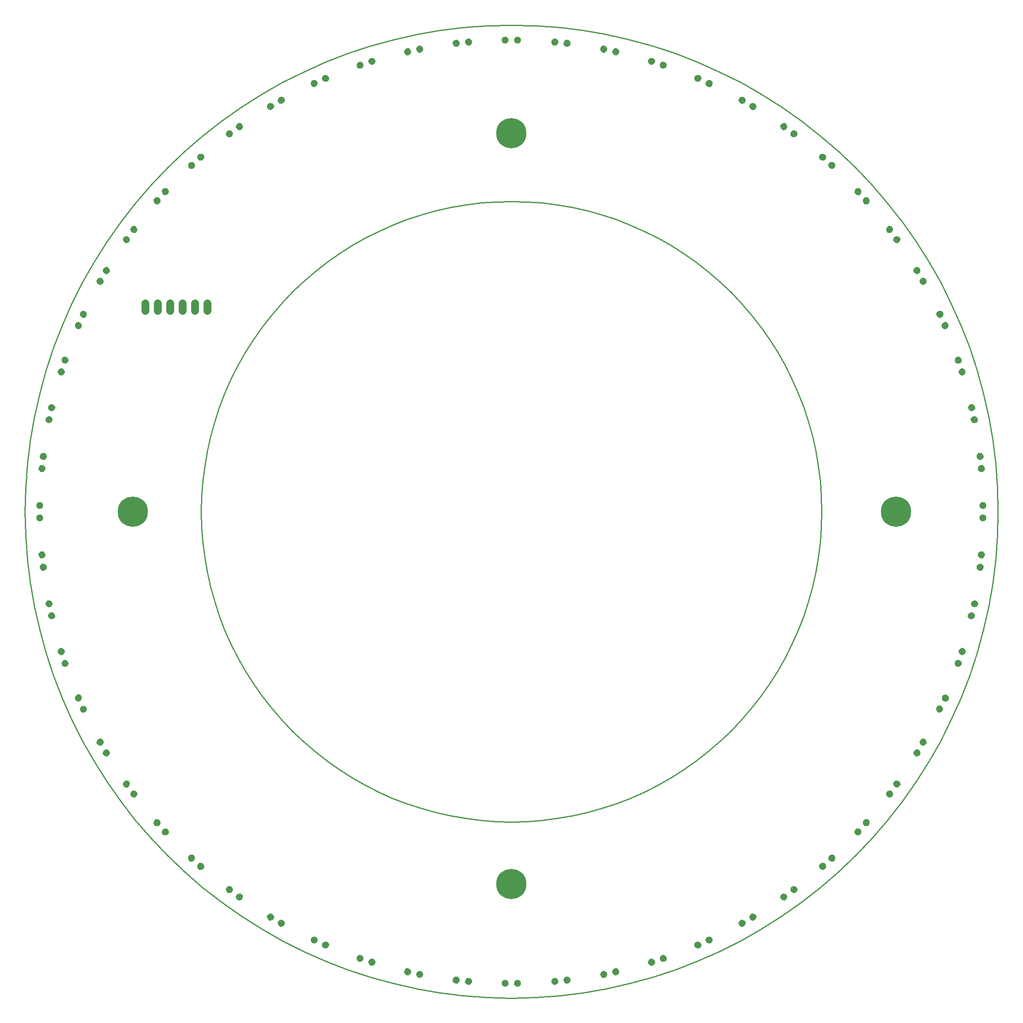
<source format=gbs>
G75*
G70*
%OFA0B0*%
%FSLAX24Y24*%
%IPPOS*%
%LPD*%
%AMOC8*
5,1,8,0,0,1.08239X$1,22.5*
%
%ADD10C,0.0100*%
%ADD11C,0.0640*%
%ADD12OC8,0.0560*%
%ADD13C,0.0112*%
%ADD14C,0.2440*%
D10*
X015658Y040658D02*
X015688Y041885D01*
X015778Y043108D01*
X015929Y044326D01*
X016138Y045535D01*
X016407Y046733D01*
X016734Y047915D01*
X017119Y049080D01*
X017561Y050225D01*
X018058Y051347D01*
X018610Y052443D01*
X019215Y053511D01*
X019871Y054547D01*
X020578Y055550D01*
X021333Y056518D01*
X022134Y057447D01*
X022980Y058336D01*
X023869Y059182D01*
X024798Y059983D01*
X025766Y060738D01*
X026769Y061445D01*
X027805Y062101D01*
X028873Y062706D01*
X029969Y063258D01*
X031091Y063755D01*
X032236Y064197D01*
X033401Y064582D01*
X034583Y064909D01*
X035781Y065178D01*
X036990Y065387D01*
X038208Y065538D01*
X039431Y065628D01*
X040658Y065658D01*
X041885Y065628D01*
X043108Y065538D01*
X044326Y065387D01*
X045535Y065178D01*
X046733Y064909D01*
X047915Y064582D01*
X049080Y064197D01*
X050225Y063755D01*
X051347Y063258D01*
X052443Y062706D01*
X053511Y062101D01*
X054547Y061445D01*
X055550Y060738D01*
X056518Y059983D01*
X057447Y059182D01*
X058336Y058336D01*
X059182Y057447D01*
X059983Y056518D01*
X060738Y055550D01*
X061445Y054547D01*
X062101Y053511D01*
X062706Y052443D01*
X063258Y051347D01*
X063755Y050225D01*
X064197Y049080D01*
X064582Y047915D01*
X064909Y046733D01*
X065178Y045535D01*
X065387Y044326D01*
X065538Y043108D01*
X065628Y041885D01*
X065658Y040658D01*
X065628Y039431D01*
X065538Y038208D01*
X065387Y036990D01*
X065178Y035781D01*
X064909Y034583D01*
X064582Y033401D01*
X064197Y032236D01*
X063755Y031091D01*
X063258Y029969D01*
X062706Y028873D01*
X062101Y027805D01*
X061445Y026769D01*
X060738Y025766D01*
X059983Y024798D01*
X059182Y023869D01*
X058336Y022980D01*
X057447Y022134D01*
X056518Y021333D01*
X055550Y020578D01*
X054547Y019871D01*
X053511Y019215D01*
X052443Y018610D01*
X051347Y018058D01*
X050225Y017561D01*
X049080Y017119D01*
X047915Y016734D01*
X046733Y016407D01*
X045535Y016138D01*
X044326Y015929D01*
X043108Y015778D01*
X041885Y015688D01*
X040658Y015658D01*
X039431Y015688D01*
X038208Y015778D01*
X036990Y015929D01*
X035781Y016138D01*
X034583Y016407D01*
X033401Y016734D01*
X032236Y017119D01*
X031091Y017561D01*
X029969Y018058D01*
X028873Y018610D01*
X027805Y019215D01*
X026769Y019871D01*
X025766Y020578D01*
X024798Y021333D01*
X023869Y022134D01*
X022980Y022980D01*
X022134Y023869D01*
X021333Y024798D01*
X020578Y025766D01*
X019871Y026769D01*
X019215Y027805D01*
X018610Y028873D01*
X018058Y029969D01*
X017561Y031091D01*
X017119Y032236D01*
X016734Y033401D01*
X016407Y034583D01*
X016138Y035781D01*
X015929Y036990D01*
X015778Y038208D01*
X015688Y039431D01*
X015658Y040658D01*
X001458Y040658D02*
X001505Y042581D01*
X001647Y044500D01*
X001882Y046410D01*
X002211Y048306D01*
X002633Y050183D01*
X003146Y052037D01*
X003749Y053864D01*
X004442Y055659D01*
X005222Y057418D01*
X006087Y059137D01*
X007035Y060811D01*
X008064Y062436D01*
X009172Y064009D01*
X010356Y065526D01*
X011613Y066983D01*
X012939Y068377D01*
X014333Y069703D01*
X015790Y070960D01*
X017307Y072144D01*
X018880Y073252D01*
X020505Y074281D01*
X022179Y075229D01*
X023898Y076094D01*
X025657Y076874D01*
X027452Y077567D01*
X029279Y078170D01*
X031133Y078683D01*
X033010Y079105D01*
X034906Y079434D01*
X036816Y079669D01*
X038735Y079811D01*
X040658Y079858D01*
X042581Y079811D01*
X044500Y079669D01*
X046410Y079434D01*
X048306Y079105D01*
X050183Y078683D01*
X052037Y078170D01*
X053864Y077567D01*
X055659Y076874D01*
X057418Y076094D01*
X059137Y075229D01*
X060811Y074281D01*
X062436Y073252D01*
X064009Y072144D01*
X065526Y070960D01*
X066983Y069703D01*
X068377Y068377D01*
X069703Y066983D01*
X070960Y065526D01*
X072144Y064009D01*
X073252Y062436D01*
X074281Y060811D01*
X075229Y059137D01*
X076094Y057418D01*
X076874Y055659D01*
X077567Y053864D01*
X078170Y052037D01*
X078683Y050183D01*
X079105Y048306D01*
X079434Y046410D01*
X079669Y044500D01*
X079811Y042581D01*
X079858Y040658D01*
X079811Y038735D01*
X079669Y036816D01*
X079434Y034906D01*
X079105Y033010D01*
X078683Y031133D01*
X078170Y029279D01*
X077567Y027452D01*
X076874Y025657D01*
X076094Y023898D01*
X075229Y022179D01*
X074281Y020505D01*
X073252Y018880D01*
X072144Y017307D01*
X070960Y015790D01*
X069703Y014333D01*
X068377Y012939D01*
X066983Y011613D01*
X065526Y010356D01*
X064009Y009172D01*
X062436Y008064D01*
X060811Y007035D01*
X059137Y006087D01*
X057418Y005222D01*
X055659Y004442D01*
X053864Y003749D01*
X052037Y003146D01*
X050183Y002633D01*
X048306Y002211D01*
X046410Y001882D01*
X044500Y001647D01*
X042581Y001505D01*
X040658Y001458D01*
X038735Y001505D01*
X036816Y001647D01*
X034906Y001882D01*
X033010Y002211D01*
X031133Y002633D01*
X029279Y003146D01*
X027452Y003749D01*
X025657Y004442D01*
X023898Y005222D01*
X022179Y006087D01*
X020505Y007035D01*
X018880Y008064D01*
X017307Y009172D01*
X015790Y010356D01*
X014333Y011613D01*
X012939Y012939D01*
X011613Y014333D01*
X010356Y015790D01*
X009172Y017307D01*
X008064Y018880D01*
X007035Y020505D01*
X006087Y022179D01*
X005222Y023898D01*
X004442Y025657D01*
X003749Y027452D01*
X003146Y029279D01*
X002633Y031133D01*
X002211Y033010D01*
X001882Y034906D01*
X001647Y036816D01*
X001505Y038735D01*
X001458Y040658D01*
D11*
X011158Y056858D02*
X011158Y057458D01*
X012158Y057458D02*
X012158Y056858D01*
X013158Y056858D02*
X013158Y057458D01*
X014158Y057458D02*
X014158Y056858D01*
X015158Y056858D02*
X015158Y057458D01*
X016158Y057458D02*
X016158Y056858D01*
D12*
X002658Y041158D03*
X002658Y040158D03*
X040158Y002658D03*
X041158Y002658D03*
X078658Y040158D03*
X078658Y041158D03*
X041158Y078658D03*
X040158Y078658D03*
D13*
X012727Y015031D02*
X012671Y015087D01*
X012856Y015077D01*
X012980Y014940D01*
X012970Y014755D01*
X012833Y014631D01*
X012648Y014641D01*
X012524Y014778D01*
X012534Y014963D01*
X012671Y015087D01*
X012701Y015001D01*
X012817Y014995D01*
X012894Y014910D01*
X012888Y014794D01*
X012803Y014717D01*
X012687Y014723D01*
X012610Y014808D01*
X012616Y014924D01*
X012701Y015001D01*
X012732Y014916D01*
X012778Y014913D01*
X012809Y014879D01*
X012806Y014833D01*
X012772Y014802D01*
X012726Y014805D01*
X012695Y014839D01*
X012698Y014885D01*
X012732Y014916D01*
X012058Y015774D02*
X012002Y015830D01*
X012187Y015820D01*
X012311Y015683D01*
X012301Y015498D01*
X012164Y015374D01*
X011979Y015384D01*
X011855Y015521D01*
X011865Y015706D01*
X012002Y015830D01*
X012032Y015744D01*
X012148Y015738D01*
X012225Y015653D01*
X012219Y015537D01*
X012134Y015460D01*
X012018Y015466D01*
X011941Y015551D01*
X011947Y015667D01*
X012032Y015744D01*
X012063Y015659D01*
X012109Y015656D01*
X012140Y015622D01*
X012137Y015576D01*
X012103Y015545D01*
X012057Y015548D01*
X012026Y015582D01*
X012029Y015628D01*
X012063Y015659D01*
X010208Y018096D02*
X010152Y018152D01*
X010336Y018123D01*
X010444Y017974D01*
X010415Y017790D01*
X010266Y017682D01*
X010082Y017711D01*
X009974Y017860D01*
X010003Y018044D01*
X010152Y018152D01*
X010173Y018063D01*
X010288Y018045D01*
X010355Y017953D01*
X010337Y017838D01*
X010245Y017771D01*
X010130Y017789D01*
X010063Y017881D01*
X010081Y017996D01*
X010173Y018063D01*
X010195Y017975D01*
X010240Y017968D01*
X010267Y017931D01*
X010260Y017886D01*
X010223Y017859D01*
X010178Y017866D01*
X010151Y017903D01*
X010158Y017948D01*
X010195Y017975D01*
X009620Y018905D02*
X009564Y018961D01*
X009748Y018932D01*
X009856Y018783D01*
X009827Y018599D01*
X009678Y018491D01*
X009494Y018520D01*
X009386Y018669D01*
X009415Y018853D01*
X009564Y018961D01*
X009585Y018872D01*
X009700Y018854D01*
X009767Y018762D01*
X009749Y018647D01*
X009657Y018580D01*
X009542Y018598D01*
X009475Y018690D01*
X009493Y018805D01*
X009585Y018872D01*
X009607Y018784D01*
X009652Y018777D01*
X009679Y018740D01*
X009672Y018695D01*
X009635Y018668D01*
X009590Y018675D01*
X009563Y018712D01*
X009570Y018757D01*
X009607Y018784D01*
X008023Y021408D02*
X007967Y021464D01*
X008146Y021416D01*
X008238Y021257D01*
X008190Y021078D01*
X008031Y020986D01*
X007852Y021034D01*
X007760Y021193D01*
X007808Y021372D01*
X007967Y021464D01*
X007979Y021374D01*
X008091Y021344D01*
X008148Y021245D01*
X008118Y021133D01*
X008019Y021076D01*
X007907Y021106D01*
X007850Y021205D01*
X007880Y021317D01*
X007979Y021374D01*
X007991Y021284D01*
X008035Y021272D01*
X008058Y021233D01*
X008046Y021189D01*
X008007Y021166D01*
X007963Y021178D01*
X007940Y021217D01*
X007952Y021261D01*
X007991Y021284D01*
X007523Y022274D02*
X007467Y022330D01*
X007646Y022282D01*
X007738Y022123D01*
X007690Y021944D01*
X007531Y021852D01*
X007352Y021900D01*
X007260Y022059D01*
X007308Y022238D01*
X007467Y022330D01*
X007479Y022240D01*
X007591Y022210D01*
X007648Y022111D01*
X007618Y021999D01*
X007519Y021942D01*
X007407Y021972D01*
X007350Y022071D01*
X007380Y022183D01*
X007479Y022240D01*
X007491Y022150D01*
X007535Y022138D01*
X007558Y022099D01*
X007546Y022055D01*
X007507Y022032D01*
X007463Y022044D01*
X007440Y022083D01*
X007452Y022127D01*
X007491Y022150D01*
X006195Y024931D02*
X006139Y024987D01*
X006313Y024920D01*
X006388Y024752D01*
X006321Y024578D01*
X006153Y024503D01*
X005979Y024570D01*
X005904Y024738D01*
X005971Y024912D01*
X006139Y024987D01*
X006142Y024896D01*
X006250Y024854D01*
X006297Y024749D01*
X006255Y024641D01*
X006150Y024594D01*
X006042Y024636D01*
X005995Y024741D01*
X006037Y024849D01*
X006142Y024896D01*
X006145Y024805D01*
X006187Y024788D01*
X006206Y024746D01*
X006189Y024704D01*
X006147Y024685D01*
X006105Y024702D01*
X006086Y024744D01*
X006103Y024786D01*
X006145Y024805D01*
X005788Y025844D02*
X005732Y025900D01*
X005906Y025833D01*
X005981Y025665D01*
X005914Y025491D01*
X005746Y025416D01*
X005572Y025483D01*
X005497Y025651D01*
X005564Y025825D01*
X005732Y025900D01*
X005735Y025809D01*
X005843Y025767D01*
X005890Y025662D01*
X005848Y025554D01*
X005743Y025507D01*
X005635Y025549D01*
X005588Y025654D01*
X005630Y025762D01*
X005735Y025809D01*
X005738Y025718D01*
X005780Y025701D01*
X005799Y025659D01*
X005782Y025617D01*
X005740Y025598D01*
X005698Y025615D01*
X005679Y025657D01*
X005696Y025699D01*
X005738Y025718D01*
X004634Y028624D02*
X004690Y028680D01*
X004856Y028595D01*
X004913Y028421D01*
X004828Y028255D01*
X004654Y028198D01*
X004488Y028283D01*
X004431Y028457D01*
X004516Y028623D01*
X004690Y028680D01*
X004682Y028589D01*
X004787Y028536D01*
X004822Y028429D01*
X004769Y028324D01*
X004662Y028289D01*
X004557Y028342D01*
X004522Y028449D01*
X004575Y028554D01*
X004682Y028589D01*
X004676Y028499D01*
X004718Y028478D01*
X004732Y028435D01*
X004711Y028393D01*
X004668Y028379D01*
X004626Y028400D01*
X004612Y028443D01*
X004633Y028485D01*
X004676Y028499D01*
X004325Y029575D02*
X004381Y029631D01*
X004547Y029546D01*
X004604Y029372D01*
X004519Y029206D01*
X004345Y029149D01*
X004179Y029234D01*
X004122Y029408D01*
X004207Y029574D01*
X004381Y029631D01*
X004373Y029540D01*
X004478Y029487D01*
X004513Y029380D01*
X004460Y029275D01*
X004353Y029240D01*
X004248Y029293D01*
X004213Y029400D01*
X004266Y029505D01*
X004373Y029540D01*
X004367Y029450D01*
X004409Y029429D01*
X004423Y029386D01*
X004402Y029344D01*
X004359Y029330D01*
X004317Y029351D01*
X004303Y029394D01*
X004324Y029436D01*
X004367Y029450D01*
X003579Y032450D02*
X003635Y032506D01*
X003791Y032404D01*
X003830Y032225D01*
X003728Y032069D01*
X003549Y032030D01*
X003393Y032132D01*
X003354Y032311D01*
X003456Y032467D01*
X003635Y032506D01*
X003618Y032416D01*
X003717Y032352D01*
X003740Y032242D01*
X003676Y032143D01*
X003566Y032120D01*
X003467Y032184D01*
X003444Y032294D01*
X003508Y032393D01*
X003618Y032416D01*
X003602Y032327D01*
X003641Y032302D01*
X003651Y032258D01*
X003626Y032219D01*
X003582Y032209D01*
X003543Y032234D01*
X003533Y032278D01*
X003558Y032317D01*
X003602Y032327D01*
X003371Y033428D02*
X003427Y033484D01*
X003583Y033382D01*
X003622Y033203D01*
X003520Y033047D01*
X003341Y033008D01*
X003185Y033110D01*
X003146Y033289D01*
X003248Y033445D01*
X003427Y033484D01*
X003410Y033394D01*
X003509Y033330D01*
X003532Y033220D01*
X003468Y033121D01*
X003358Y033098D01*
X003259Y033162D01*
X003236Y033272D01*
X003300Y033371D01*
X003410Y033394D01*
X003394Y033305D01*
X003433Y033280D01*
X003443Y033236D01*
X003418Y033197D01*
X003374Y033187D01*
X003335Y033212D01*
X003325Y033256D01*
X003350Y033295D01*
X003394Y033305D01*
X002930Y036364D02*
X002986Y036420D01*
X003131Y036302D01*
X003150Y036120D01*
X003032Y035975D01*
X002850Y035956D01*
X002705Y036074D01*
X002686Y036256D01*
X002804Y036401D01*
X002986Y036420D01*
X002960Y036333D01*
X003051Y036259D01*
X003063Y036146D01*
X002989Y036055D01*
X002876Y036043D01*
X002785Y036117D01*
X002773Y036230D01*
X002847Y036321D01*
X002960Y036333D01*
X002935Y036246D01*
X002971Y036216D01*
X002976Y036171D01*
X002946Y036135D01*
X002901Y036130D01*
X002865Y036160D01*
X002860Y036205D01*
X002890Y036241D01*
X002935Y036246D01*
X002825Y037359D02*
X002881Y037415D01*
X003026Y037297D01*
X003045Y037115D01*
X002927Y036970D01*
X002745Y036951D01*
X002600Y037069D01*
X002581Y037251D01*
X002699Y037396D01*
X002881Y037415D01*
X002855Y037328D01*
X002946Y037254D01*
X002958Y037141D01*
X002884Y037050D01*
X002771Y037038D01*
X002680Y037112D01*
X002668Y037225D01*
X002742Y037316D01*
X002855Y037328D01*
X002830Y037241D01*
X002866Y037211D01*
X002871Y037166D01*
X002841Y037130D01*
X002796Y037125D01*
X002760Y037155D01*
X002755Y037200D01*
X002785Y037236D01*
X002830Y037241D01*
X002871Y044289D02*
X002927Y044345D01*
X003045Y044200D01*
X003026Y044018D01*
X002881Y043900D01*
X002699Y043919D01*
X002581Y044064D01*
X002600Y044246D01*
X002745Y044364D01*
X002927Y044345D01*
X002884Y044265D01*
X002958Y044174D01*
X002946Y044061D01*
X002855Y043987D01*
X002742Y043999D01*
X002668Y044090D01*
X002680Y044203D01*
X002771Y044277D01*
X002884Y044265D01*
X002841Y044185D01*
X002871Y044149D01*
X002866Y044104D01*
X002830Y044074D01*
X002785Y044079D01*
X002755Y044115D01*
X002760Y044160D01*
X002796Y044190D01*
X002841Y044185D01*
X002976Y045284D02*
X003032Y045340D01*
X003150Y045195D01*
X003131Y045013D01*
X002986Y044895D01*
X002804Y044914D01*
X002686Y045059D01*
X002705Y045241D01*
X002850Y045359D01*
X003032Y045340D01*
X002989Y045260D01*
X003063Y045169D01*
X003051Y045056D01*
X002960Y044982D01*
X002847Y044994D01*
X002773Y045085D01*
X002785Y045198D01*
X002876Y045272D01*
X002989Y045260D01*
X002946Y045180D01*
X002976Y045144D01*
X002971Y045099D01*
X002935Y045069D01*
X002890Y045074D01*
X002860Y045110D01*
X002865Y045155D01*
X002901Y045185D01*
X002946Y045180D01*
X003464Y048213D02*
X003520Y048269D01*
X003622Y048113D01*
X003583Y047934D01*
X003427Y047832D01*
X003248Y047871D01*
X003146Y048027D01*
X003185Y048206D01*
X003341Y048308D01*
X003520Y048269D01*
X003468Y048195D01*
X003532Y048096D01*
X003509Y047986D01*
X003410Y047922D01*
X003300Y047945D01*
X003236Y048044D01*
X003259Y048154D01*
X003358Y048218D01*
X003468Y048195D01*
X003418Y048119D01*
X003443Y048080D01*
X003433Y048036D01*
X003394Y048011D01*
X003350Y048021D01*
X003325Y048060D01*
X003335Y048104D01*
X003374Y048129D01*
X003418Y048119D01*
X003672Y049191D02*
X003728Y049247D01*
X003830Y049091D01*
X003791Y048912D01*
X003635Y048810D01*
X003456Y048849D01*
X003354Y049005D01*
X003393Y049184D01*
X003549Y049286D01*
X003728Y049247D01*
X003676Y049173D01*
X003740Y049074D01*
X003717Y048964D01*
X003618Y048900D01*
X003508Y048923D01*
X003444Y049022D01*
X003467Y049132D01*
X003566Y049196D01*
X003676Y049173D01*
X003626Y049097D01*
X003651Y049058D01*
X003641Y049014D01*
X003602Y048989D01*
X003558Y048999D01*
X003533Y049038D01*
X003543Y049082D01*
X003582Y049107D01*
X003626Y049097D01*
X004463Y052053D02*
X004519Y052109D01*
X004604Y051943D01*
X004547Y051769D01*
X004381Y051684D01*
X004207Y051741D01*
X004122Y051907D01*
X004179Y052081D01*
X004345Y052166D01*
X004519Y052109D01*
X004460Y052040D01*
X004513Y051935D01*
X004478Y051828D01*
X004373Y051775D01*
X004266Y051810D01*
X004213Y051915D01*
X004248Y052022D01*
X004353Y052075D01*
X004460Y052040D01*
X004402Y051971D01*
X004423Y051929D01*
X004409Y051886D01*
X004367Y051865D01*
X004324Y051879D01*
X004303Y051921D01*
X004317Y051964D01*
X004359Y051985D01*
X004402Y051971D01*
X004772Y053004D02*
X004828Y053060D01*
X004913Y052894D01*
X004856Y052720D01*
X004690Y052635D01*
X004516Y052692D01*
X004431Y052858D01*
X004488Y053032D01*
X004654Y053117D01*
X004828Y053060D01*
X004769Y052991D01*
X004822Y052886D01*
X004787Y052779D01*
X004682Y052726D01*
X004575Y052761D01*
X004522Y052866D01*
X004557Y052973D01*
X004662Y053026D01*
X004769Y052991D01*
X004711Y052922D01*
X004732Y052880D01*
X004718Y052837D01*
X004676Y052816D01*
X004633Y052830D01*
X004612Y052872D01*
X004626Y052915D01*
X004668Y052936D01*
X004711Y052922D01*
X005858Y055768D02*
X005914Y055824D01*
X005981Y055650D01*
X005906Y055482D01*
X005732Y055415D01*
X005564Y055490D01*
X005497Y055664D01*
X005572Y055832D01*
X005746Y055899D01*
X005914Y055824D01*
X005848Y055761D01*
X005890Y055653D01*
X005843Y055548D01*
X005735Y055506D01*
X005630Y055553D01*
X005588Y055661D01*
X005635Y055766D01*
X005743Y055808D01*
X005848Y055761D01*
X005782Y055698D01*
X005799Y055656D01*
X005780Y055614D01*
X005738Y055597D01*
X005696Y055616D01*
X005679Y055658D01*
X005698Y055700D01*
X005740Y055717D01*
X005782Y055698D01*
X006265Y056681D02*
X006321Y056737D01*
X006388Y056563D01*
X006313Y056395D01*
X006139Y056328D01*
X005971Y056403D01*
X005904Y056577D01*
X005979Y056745D01*
X006153Y056812D01*
X006321Y056737D01*
X006255Y056674D01*
X006297Y056566D01*
X006250Y056461D01*
X006142Y056419D01*
X006037Y056466D01*
X005995Y056574D01*
X006042Y056679D01*
X006150Y056721D01*
X006255Y056674D01*
X006189Y056611D01*
X006206Y056569D01*
X006187Y056527D01*
X006145Y056510D01*
X006103Y056529D01*
X006086Y056571D01*
X006105Y056613D01*
X006147Y056630D01*
X006189Y056611D01*
X007634Y059316D02*
X007690Y059372D01*
X007738Y059193D01*
X007646Y059034D01*
X007467Y058986D01*
X007308Y059078D01*
X007260Y059257D01*
X007352Y059416D01*
X007531Y059464D01*
X007690Y059372D01*
X007618Y059317D01*
X007648Y059205D01*
X007591Y059106D01*
X007479Y059076D01*
X007380Y059133D01*
X007350Y059245D01*
X007407Y059344D01*
X007519Y059374D01*
X007618Y059317D01*
X007546Y059261D01*
X007558Y059217D01*
X007535Y059178D01*
X007491Y059166D01*
X007452Y059189D01*
X007440Y059233D01*
X007463Y059272D01*
X007507Y059284D01*
X007546Y059261D01*
X008134Y060182D02*
X008190Y060238D01*
X008238Y060059D01*
X008146Y059900D01*
X007967Y059852D01*
X007808Y059944D01*
X007760Y060123D01*
X007852Y060282D01*
X008031Y060330D01*
X008190Y060238D01*
X008118Y060183D01*
X008148Y060071D01*
X008091Y059972D01*
X007979Y059942D01*
X007880Y059999D01*
X007850Y060111D01*
X007907Y060210D01*
X008019Y060240D01*
X008118Y060183D01*
X008046Y060127D01*
X008058Y060083D01*
X008035Y060044D01*
X007991Y060032D01*
X007952Y060055D01*
X007940Y060099D01*
X007963Y060138D01*
X008007Y060150D01*
X008046Y060127D01*
X009771Y062660D02*
X009827Y062716D01*
X009856Y062532D01*
X009748Y062383D01*
X009564Y062354D01*
X009415Y062462D01*
X009386Y062646D01*
X009494Y062795D01*
X009678Y062824D01*
X009827Y062716D01*
X009749Y062668D01*
X009767Y062553D01*
X009700Y062461D01*
X009585Y062443D01*
X009493Y062510D01*
X009475Y062625D01*
X009542Y062717D01*
X009657Y062735D01*
X009749Y062668D01*
X009672Y062620D01*
X009679Y062575D01*
X009652Y062538D01*
X009607Y062531D01*
X009570Y062558D01*
X009563Y062603D01*
X009590Y062640D01*
X009635Y062647D01*
X009672Y062620D01*
X010359Y063469D02*
X010415Y063525D01*
X010444Y063341D01*
X010336Y063192D01*
X010152Y063163D01*
X010003Y063271D01*
X009974Y063455D01*
X010082Y063604D01*
X010266Y063633D01*
X010415Y063525D01*
X010337Y063477D01*
X010355Y063362D01*
X010288Y063270D01*
X010173Y063252D01*
X010081Y063319D01*
X010063Y063434D01*
X010130Y063526D01*
X010245Y063544D01*
X010337Y063477D01*
X010260Y063429D01*
X010267Y063384D01*
X010240Y063347D01*
X010195Y063340D01*
X010158Y063367D01*
X010151Y063412D01*
X010178Y063449D01*
X010223Y063456D01*
X010260Y063429D01*
X012245Y065761D02*
X012301Y065817D01*
X012311Y065632D01*
X012187Y065495D01*
X012002Y065485D01*
X011865Y065609D01*
X011855Y065794D01*
X011979Y065931D01*
X012164Y065941D01*
X012301Y065817D01*
X012219Y065778D01*
X012225Y065662D01*
X012148Y065577D01*
X012032Y065571D01*
X011947Y065648D01*
X011941Y065764D01*
X012018Y065849D01*
X012134Y065855D01*
X012219Y065778D01*
X012137Y065739D01*
X012140Y065693D01*
X012109Y065659D01*
X012063Y065656D01*
X012029Y065687D01*
X012026Y065733D01*
X012057Y065767D01*
X012103Y065770D01*
X012137Y065739D01*
X012914Y066504D02*
X012970Y066560D01*
X012980Y066375D01*
X012856Y066238D01*
X012671Y066228D01*
X012534Y066352D01*
X012524Y066537D01*
X012648Y066674D01*
X012833Y066684D01*
X012970Y066560D01*
X012888Y066521D01*
X012894Y066405D01*
X012817Y066320D01*
X012701Y066314D01*
X012616Y066391D01*
X012610Y066507D01*
X012687Y066592D01*
X012803Y066598D01*
X012888Y066521D01*
X012806Y066482D01*
X012809Y066436D01*
X012778Y066402D01*
X012732Y066399D01*
X012698Y066430D01*
X012695Y066476D01*
X012726Y066510D01*
X012772Y066513D01*
X012806Y066482D01*
X015031Y068588D02*
X015087Y068644D01*
X015077Y068459D01*
X014940Y068335D01*
X014755Y068345D01*
X014631Y068482D01*
X014641Y068667D01*
X014778Y068791D01*
X014963Y068781D01*
X015087Y068644D01*
X015001Y068614D01*
X014995Y068498D01*
X014910Y068421D01*
X014794Y068427D01*
X014717Y068512D01*
X014723Y068628D01*
X014808Y068705D01*
X014924Y068699D01*
X015001Y068614D01*
X014916Y068583D01*
X014913Y068537D01*
X014879Y068506D01*
X014833Y068509D01*
X014802Y068543D01*
X014805Y068589D01*
X014839Y068620D01*
X014885Y068617D01*
X014916Y068583D01*
X015774Y069257D02*
X015830Y069313D01*
X015820Y069128D01*
X015683Y069004D01*
X015498Y069014D01*
X015374Y069151D01*
X015384Y069336D01*
X015521Y069460D01*
X015706Y069450D01*
X015830Y069313D01*
X015744Y069283D01*
X015738Y069167D01*
X015653Y069090D01*
X015537Y069096D01*
X015460Y069181D01*
X015466Y069297D01*
X015551Y069374D01*
X015667Y069368D01*
X015744Y069283D01*
X015659Y069252D01*
X015656Y069206D01*
X015622Y069175D01*
X015576Y069178D01*
X015545Y069212D01*
X015548Y069258D01*
X015582Y069289D01*
X015628Y069286D01*
X015659Y069252D01*
X018096Y071108D02*
X018152Y071164D01*
X018123Y070980D01*
X017974Y070872D01*
X017790Y070901D01*
X017682Y071050D01*
X017711Y071234D01*
X017860Y071342D01*
X018044Y071313D01*
X018152Y071164D01*
X018063Y071143D01*
X018045Y071028D01*
X017953Y070961D01*
X017838Y070979D01*
X017771Y071071D01*
X017789Y071186D01*
X017881Y071253D01*
X017996Y071235D01*
X018063Y071143D01*
X017975Y071121D01*
X017968Y071076D01*
X017931Y071049D01*
X017886Y071056D01*
X017859Y071093D01*
X017866Y071138D01*
X017903Y071165D01*
X017948Y071158D01*
X017975Y071121D01*
X018905Y071695D02*
X018961Y071751D01*
X018932Y071567D01*
X018783Y071459D01*
X018599Y071488D01*
X018491Y071637D01*
X018520Y071821D01*
X018669Y071929D01*
X018853Y071900D01*
X018961Y071751D01*
X018872Y071730D01*
X018854Y071615D01*
X018762Y071548D01*
X018647Y071566D01*
X018580Y071658D01*
X018598Y071773D01*
X018690Y071840D01*
X018805Y071822D01*
X018872Y071730D01*
X018784Y071708D01*
X018777Y071663D01*
X018740Y071636D01*
X018695Y071643D01*
X018668Y071680D01*
X018675Y071725D01*
X018712Y071752D01*
X018757Y071745D01*
X018784Y071708D01*
X021408Y073293D02*
X021464Y073349D01*
X021416Y073170D01*
X021257Y073078D01*
X021078Y073126D01*
X020986Y073285D01*
X021034Y073464D01*
X021193Y073556D01*
X021372Y073508D01*
X021464Y073349D01*
X021374Y073337D01*
X021344Y073225D01*
X021245Y073168D01*
X021133Y073198D01*
X021076Y073297D01*
X021106Y073409D01*
X021205Y073466D01*
X021317Y073436D01*
X021374Y073337D01*
X021284Y073325D01*
X021272Y073281D01*
X021233Y073258D01*
X021189Y073270D01*
X021166Y073309D01*
X021178Y073353D01*
X021217Y073376D01*
X021261Y073364D01*
X021284Y073325D01*
X022274Y073793D02*
X022330Y073849D01*
X022282Y073670D01*
X022123Y073578D01*
X021944Y073626D01*
X021852Y073785D01*
X021900Y073964D01*
X022059Y074056D01*
X022238Y074008D01*
X022330Y073849D01*
X022240Y073837D01*
X022210Y073725D01*
X022111Y073668D01*
X021999Y073698D01*
X021942Y073797D01*
X021972Y073909D01*
X022071Y073966D01*
X022183Y073936D01*
X022240Y073837D01*
X022150Y073825D01*
X022138Y073781D01*
X022099Y073758D01*
X022055Y073770D01*
X022032Y073809D01*
X022044Y073853D01*
X022083Y073876D01*
X022127Y073864D01*
X022150Y073825D01*
X024931Y075120D02*
X024987Y075176D01*
X024920Y075002D01*
X024752Y074927D01*
X024578Y074994D01*
X024503Y075162D01*
X024570Y075336D01*
X024738Y075411D01*
X024912Y075344D01*
X024987Y075176D01*
X024896Y075173D01*
X024854Y075065D01*
X024749Y075018D01*
X024641Y075060D01*
X024594Y075165D01*
X024636Y075273D01*
X024741Y075320D01*
X024849Y075278D01*
X024896Y075173D01*
X024805Y075170D01*
X024788Y075128D01*
X024746Y075109D01*
X024704Y075126D01*
X024685Y075168D01*
X024702Y075210D01*
X024744Y075229D01*
X024786Y075212D01*
X024805Y075170D01*
X025844Y075527D02*
X025900Y075583D01*
X025833Y075409D01*
X025665Y075334D01*
X025491Y075401D01*
X025416Y075569D01*
X025483Y075743D01*
X025651Y075818D01*
X025825Y075751D01*
X025900Y075583D01*
X025809Y075580D01*
X025767Y075472D01*
X025662Y075425D01*
X025554Y075467D01*
X025507Y075572D01*
X025549Y075680D01*
X025654Y075727D01*
X025762Y075685D01*
X025809Y075580D01*
X025718Y075577D01*
X025701Y075535D01*
X025659Y075516D01*
X025617Y075533D01*
X025598Y075575D01*
X025615Y075617D01*
X025657Y075636D01*
X025699Y075619D01*
X025718Y075577D01*
X028624Y076681D02*
X028680Y076625D01*
X028595Y076459D01*
X028421Y076402D01*
X028255Y076487D01*
X028198Y076661D01*
X028283Y076827D01*
X028457Y076884D01*
X028623Y076799D01*
X028680Y076625D01*
X028589Y076633D01*
X028536Y076528D01*
X028429Y076493D01*
X028324Y076546D01*
X028289Y076653D01*
X028342Y076758D01*
X028449Y076793D01*
X028554Y076740D01*
X028589Y076633D01*
X028499Y076639D01*
X028478Y076597D01*
X028435Y076583D01*
X028393Y076604D01*
X028379Y076647D01*
X028400Y076689D01*
X028443Y076703D01*
X028485Y076682D01*
X028499Y076639D01*
X029575Y076990D02*
X029631Y076934D01*
X029546Y076768D01*
X029372Y076711D01*
X029206Y076796D01*
X029149Y076970D01*
X029234Y077136D01*
X029408Y077193D01*
X029574Y077108D01*
X029631Y076934D01*
X029540Y076942D01*
X029487Y076837D01*
X029380Y076802D01*
X029275Y076855D01*
X029240Y076962D01*
X029293Y077067D01*
X029400Y077102D01*
X029505Y077049D01*
X029540Y076942D01*
X029450Y076948D01*
X029429Y076906D01*
X029386Y076892D01*
X029344Y076913D01*
X029330Y076956D01*
X029351Y076998D01*
X029394Y077012D01*
X029436Y076991D01*
X029450Y076948D01*
X032450Y077737D02*
X032506Y077681D01*
X032404Y077525D01*
X032225Y077486D01*
X032069Y077588D01*
X032030Y077767D01*
X032132Y077923D01*
X032311Y077962D01*
X032467Y077860D01*
X032506Y077681D01*
X032416Y077698D01*
X032352Y077599D01*
X032242Y077576D01*
X032143Y077640D01*
X032120Y077750D01*
X032184Y077849D01*
X032294Y077872D01*
X032393Y077808D01*
X032416Y077698D01*
X032327Y077714D01*
X032302Y077675D01*
X032258Y077665D01*
X032219Y077690D01*
X032209Y077734D01*
X032234Y077773D01*
X032278Y077783D01*
X032317Y077758D01*
X032327Y077714D01*
X033428Y077945D02*
X033484Y077889D01*
X033382Y077733D01*
X033203Y077694D01*
X033047Y077796D01*
X033008Y077975D01*
X033110Y078131D01*
X033289Y078170D01*
X033445Y078068D01*
X033484Y077889D01*
X033394Y077906D01*
X033330Y077807D01*
X033220Y077784D01*
X033121Y077848D01*
X033098Y077958D01*
X033162Y078057D01*
X033272Y078080D01*
X033371Y078016D01*
X033394Y077906D01*
X033305Y077922D01*
X033280Y077883D01*
X033236Y077873D01*
X033197Y077898D01*
X033187Y077942D01*
X033212Y077981D01*
X033256Y077991D01*
X033295Y077966D01*
X033305Y077922D01*
X036364Y078385D02*
X036420Y078329D01*
X036302Y078184D01*
X036120Y078165D01*
X035975Y078283D01*
X035956Y078465D01*
X036074Y078610D01*
X036256Y078629D01*
X036401Y078511D01*
X036420Y078329D01*
X036333Y078355D01*
X036259Y078264D01*
X036146Y078252D01*
X036055Y078326D01*
X036043Y078439D01*
X036117Y078530D01*
X036230Y078542D01*
X036321Y078468D01*
X036333Y078355D01*
X036246Y078380D01*
X036216Y078344D01*
X036171Y078339D01*
X036135Y078369D01*
X036130Y078414D01*
X036160Y078450D01*
X036205Y078455D01*
X036241Y078425D01*
X036246Y078380D01*
X037359Y078490D02*
X037415Y078434D01*
X037297Y078289D01*
X037115Y078270D01*
X036970Y078388D01*
X036951Y078570D01*
X037069Y078715D01*
X037251Y078734D01*
X037396Y078616D01*
X037415Y078434D01*
X037328Y078460D01*
X037254Y078369D01*
X037141Y078357D01*
X037050Y078431D01*
X037038Y078544D01*
X037112Y078635D01*
X037225Y078647D01*
X037316Y078573D01*
X037328Y078460D01*
X037241Y078485D01*
X037211Y078449D01*
X037166Y078444D01*
X037130Y078474D01*
X037125Y078519D01*
X037155Y078555D01*
X037200Y078560D01*
X037236Y078530D01*
X037241Y078485D01*
X044289Y078444D02*
X044345Y078388D01*
X044200Y078270D01*
X044018Y078289D01*
X043900Y078434D01*
X043919Y078616D01*
X044064Y078734D01*
X044246Y078715D01*
X044364Y078570D01*
X044345Y078388D01*
X044265Y078431D01*
X044174Y078357D01*
X044061Y078369D01*
X043987Y078460D01*
X043999Y078573D01*
X044090Y078647D01*
X044203Y078635D01*
X044277Y078544D01*
X044265Y078431D01*
X044185Y078474D01*
X044149Y078444D01*
X044104Y078449D01*
X044074Y078485D01*
X044079Y078530D01*
X044115Y078560D01*
X044160Y078555D01*
X044190Y078519D01*
X044185Y078474D01*
X045284Y078339D02*
X045340Y078283D01*
X045195Y078165D01*
X045013Y078184D01*
X044895Y078329D01*
X044914Y078511D01*
X045059Y078629D01*
X045241Y078610D01*
X045359Y078465D01*
X045340Y078283D01*
X045260Y078326D01*
X045169Y078252D01*
X045056Y078264D01*
X044982Y078355D01*
X044994Y078468D01*
X045085Y078542D01*
X045198Y078530D01*
X045272Y078439D01*
X045260Y078326D01*
X045180Y078369D01*
X045144Y078339D01*
X045099Y078344D01*
X045069Y078380D01*
X045074Y078425D01*
X045110Y078455D01*
X045155Y078450D01*
X045185Y078414D01*
X045180Y078369D01*
X048213Y077852D02*
X048269Y077796D01*
X048113Y077694D01*
X047934Y077733D01*
X047832Y077889D01*
X047871Y078068D01*
X048027Y078170D01*
X048206Y078131D01*
X048308Y077975D01*
X048269Y077796D01*
X048195Y077848D01*
X048096Y077784D01*
X047986Y077807D01*
X047922Y077906D01*
X047945Y078016D01*
X048044Y078080D01*
X048154Y078057D01*
X048218Y077958D01*
X048195Y077848D01*
X048119Y077898D01*
X048080Y077873D01*
X048036Y077883D01*
X048011Y077922D01*
X048021Y077966D01*
X048060Y077991D01*
X048104Y077981D01*
X048129Y077942D01*
X048119Y077898D01*
X049191Y077644D02*
X049247Y077588D01*
X049091Y077486D01*
X048912Y077525D01*
X048810Y077681D01*
X048849Y077860D01*
X049005Y077962D01*
X049184Y077923D01*
X049286Y077767D01*
X049247Y077588D01*
X049173Y077640D01*
X049074Y077576D01*
X048964Y077599D01*
X048900Y077698D01*
X048923Y077808D01*
X049022Y077872D01*
X049132Y077849D01*
X049196Y077750D01*
X049173Y077640D01*
X049097Y077690D01*
X049058Y077665D01*
X049014Y077675D01*
X048989Y077714D01*
X048999Y077758D01*
X049038Y077783D01*
X049082Y077773D01*
X049107Y077734D01*
X049097Y077690D01*
X052053Y076852D02*
X052109Y076796D01*
X051943Y076711D01*
X051769Y076768D01*
X051684Y076934D01*
X051741Y077108D01*
X051907Y077193D01*
X052081Y077136D01*
X052166Y076970D01*
X052109Y076796D01*
X052040Y076855D01*
X051935Y076802D01*
X051828Y076837D01*
X051775Y076942D01*
X051810Y077049D01*
X051915Y077102D01*
X052022Y077067D01*
X052075Y076962D01*
X052040Y076855D01*
X051971Y076913D01*
X051929Y076892D01*
X051886Y076906D01*
X051865Y076948D01*
X051879Y076991D01*
X051921Y077012D01*
X051964Y076998D01*
X051985Y076956D01*
X051971Y076913D01*
X053004Y076543D02*
X053060Y076487D01*
X052894Y076402D01*
X052720Y076459D01*
X052635Y076625D01*
X052692Y076799D01*
X052858Y076884D01*
X053032Y076827D01*
X053117Y076661D01*
X053060Y076487D01*
X052991Y076546D01*
X052886Y076493D01*
X052779Y076528D01*
X052726Y076633D01*
X052761Y076740D01*
X052866Y076793D01*
X052973Y076758D01*
X053026Y076653D01*
X052991Y076546D01*
X052922Y076604D01*
X052880Y076583D01*
X052837Y076597D01*
X052816Y076639D01*
X052830Y076682D01*
X052872Y076703D01*
X052915Y076689D01*
X052936Y076647D01*
X052922Y076604D01*
X055768Y075457D02*
X055824Y075401D01*
X055650Y075334D01*
X055482Y075409D01*
X055415Y075583D01*
X055490Y075751D01*
X055664Y075818D01*
X055832Y075743D01*
X055899Y075569D01*
X055824Y075401D01*
X055761Y075467D01*
X055653Y075425D01*
X055548Y075472D01*
X055506Y075580D01*
X055553Y075685D01*
X055661Y075727D01*
X055766Y075680D01*
X055808Y075572D01*
X055761Y075467D01*
X055698Y075533D01*
X055656Y075516D01*
X055614Y075535D01*
X055597Y075577D01*
X055616Y075619D01*
X055658Y075636D01*
X055700Y075617D01*
X055717Y075575D01*
X055698Y075533D01*
X056681Y075050D02*
X056737Y074994D01*
X056563Y074927D01*
X056395Y075002D01*
X056328Y075176D01*
X056403Y075344D01*
X056577Y075411D01*
X056745Y075336D01*
X056812Y075162D01*
X056737Y074994D01*
X056674Y075060D01*
X056566Y075018D01*
X056461Y075065D01*
X056419Y075173D01*
X056466Y075278D01*
X056574Y075320D01*
X056679Y075273D01*
X056721Y075165D01*
X056674Y075060D01*
X056611Y075126D01*
X056569Y075109D01*
X056527Y075128D01*
X056510Y075170D01*
X056529Y075212D01*
X056571Y075229D01*
X056613Y075210D01*
X056630Y075168D01*
X056611Y075126D01*
X059316Y073682D02*
X059372Y073626D01*
X059193Y073578D01*
X059034Y073670D01*
X058986Y073849D01*
X059078Y074008D01*
X059257Y074056D01*
X059416Y073964D01*
X059464Y073785D01*
X059372Y073626D01*
X059317Y073698D01*
X059205Y073668D01*
X059106Y073725D01*
X059076Y073837D01*
X059133Y073936D01*
X059245Y073966D01*
X059344Y073909D01*
X059374Y073797D01*
X059317Y073698D01*
X059261Y073770D01*
X059217Y073758D01*
X059178Y073781D01*
X059166Y073825D01*
X059189Y073864D01*
X059233Y073876D01*
X059272Y073853D01*
X059284Y073809D01*
X059261Y073770D01*
X060182Y073182D02*
X060238Y073126D01*
X060059Y073078D01*
X059900Y073170D01*
X059852Y073349D01*
X059944Y073508D01*
X060123Y073556D01*
X060282Y073464D01*
X060330Y073285D01*
X060238Y073126D01*
X060183Y073198D01*
X060071Y073168D01*
X059972Y073225D01*
X059942Y073337D01*
X059999Y073436D01*
X060111Y073466D01*
X060210Y073409D01*
X060240Y073297D01*
X060183Y073198D01*
X060127Y073270D01*
X060083Y073258D01*
X060044Y073281D01*
X060032Y073325D01*
X060055Y073364D01*
X060099Y073376D01*
X060138Y073353D01*
X060150Y073309D01*
X060127Y073270D01*
X062660Y071544D02*
X062716Y071488D01*
X062532Y071459D01*
X062383Y071567D01*
X062354Y071751D01*
X062462Y071900D01*
X062646Y071929D01*
X062795Y071821D01*
X062824Y071637D01*
X062716Y071488D01*
X062668Y071566D01*
X062553Y071548D01*
X062461Y071615D01*
X062443Y071730D01*
X062510Y071822D01*
X062625Y071840D01*
X062717Y071773D01*
X062735Y071658D01*
X062668Y071566D01*
X062620Y071643D01*
X062575Y071636D01*
X062538Y071663D01*
X062531Y071708D01*
X062558Y071745D01*
X062603Y071752D01*
X062640Y071725D01*
X062647Y071680D01*
X062620Y071643D01*
X063469Y070957D02*
X063525Y070901D01*
X063341Y070872D01*
X063192Y070980D01*
X063163Y071164D01*
X063271Y071313D01*
X063455Y071342D01*
X063604Y071234D01*
X063633Y071050D01*
X063525Y070901D01*
X063477Y070979D01*
X063362Y070961D01*
X063270Y071028D01*
X063252Y071143D01*
X063319Y071235D01*
X063434Y071253D01*
X063526Y071186D01*
X063544Y071071D01*
X063477Y070979D01*
X063429Y071056D01*
X063384Y071049D01*
X063347Y071076D01*
X063340Y071121D01*
X063367Y071158D01*
X063412Y071165D01*
X063449Y071138D01*
X063456Y071093D01*
X063429Y071056D01*
X065761Y069070D02*
X065817Y069014D01*
X065632Y069004D01*
X065495Y069128D01*
X065485Y069313D01*
X065609Y069450D01*
X065794Y069460D01*
X065931Y069336D01*
X065941Y069151D01*
X065817Y069014D01*
X065778Y069096D01*
X065662Y069090D01*
X065577Y069167D01*
X065571Y069283D01*
X065648Y069368D01*
X065764Y069374D01*
X065849Y069297D01*
X065855Y069181D01*
X065778Y069096D01*
X065739Y069178D01*
X065693Y069175D01*
X065659Y069206D01*
X065656Y069252D01*
X065687Y069286D01*
X065733Y069289D01*
X065767Y069258D01*
X065770Y069212D01*
X065739Y069178D01*
X066504Y068401D02*
X066560Y068345D01*
X066375Y068335D01*
X066238Y068459D01*
X066228Y068644D01*
X066352Y068781D01*
X066537Y068791D01*
X066674Y068667D01*
X066684Y068482D01*
X066560Y068345D01*
X066521Y068427D01*
X066405Y068421D01*
X066320Y068498D01*
X066314Y068614D01*
X066391Y068699D01*
X066507Y068705D01*
X066592Y068628D01*
X066598Y068512D01*
X066521Y068427D01*
X066482Y068509D01*
X066436Y068506D01*
X066402Y068537D01*
X066399Y068583D01*
X066430Y068617D01*
X066476Y068620D01*
X066510Y068589D01*
X066513Y068543D01*
X066482Y068509D01*
X068588Y066284D02*
X068644Y066228D01*
X068459Y066238D01*
X068335Y066375D01*
X068345Y066560D01*
X068482Y066684D01*
X068667Y066674D01*
X068791Y066537D01*
X068781Y066352D01*
X068644Y066228D01*
X068614Y066314D01*
X068498Y066320D01*
X068421Y066405D01*
X068427Y066521D01*
X068512Y066598D01*
X068628Y066592D01*
X068705Y066507D01*
X068699Y066391D01*
X068614Y066314D01*
X068583Y066399D01*
X068537Y066402D01*
X068506Y066436D01*
X068509Y066482D01*
X068543Y066513D01*
X068589Y066510D01*
X068620Y066476D01*
X068617Y066430D01*
X068583Y066399D01*
X069257Y065541D02*
X069313Y065485D01*
X069128Y065495D01*
X069004Y065632D01*
X069014Y065817D01*
X069151Y065941D01*
X069336Y065931D01*
X069460Y065794D01*
X069450Y065609D01*
X069313Y065485D01*
X069283Y065571D01*
X069167Y065577D01*
X069090Y065662D01*
X069096Y065778D01*
X069181Y065855D01*
X069297Y065849D01*
X069374Y065764D01*
X069368Y065648D01*
X069283Y065571D01*
X069252Y065656D01*
X069206Y065659D01*
X069175Y065693D01*
X069178Y065739D01*
X069212Y065770D01*
X069258Y065767D01*
X069289Y065733D01*
X069286Y065687D01*
X069252Y065656D01*
X071108Y063219D02*
X071164Y063163D01*
X070980Y063192D01*
X070872Y063341D01*
X070901Y063525D01*
X071050Y063633D01*
X071234Y063604D01*
X071342Y063455D01*
X071313Y063271D01*
X071164Y063163D01*
X071143Y063252D01*
X071028Y063270D01*
X070961Y063362D01*
X070979Y063477D01*
X071071Y063544D01*
X071186Y063526D01*
X071253Y063434D01*
X071235Y063319D01*
X071143Y063252D01*
X071121Y063340D01*
X071076Y063347D01*
X071049Y063384D01*
X071056Y063429D01*
X071093Y063456D01*
X071138Y063449D01*
X071165Y063412D01*
X071158Y063367D01*
X071121Y063340D01*
X071695Y062410D02*
X071751Y062354D01*
X071567Y062383D01*
X071459Y062532D01*
X071488Y062716D01*
X071637Y062824D01*
X071821Y062795D01*
X071929Y062646D01*
X071900Y062462D01*
X071751Y062354D01*
X071730Y062443D01*
X071615Y062461D01*
X071548Y062553D01*
X071566Y062668D01*
X071658Y062735D01*
X071773Y062717D01*
X071840Y062625D01*
X071822Y062510D01*
X071730Y062443D01*
X071708Y062531D01*
X071663Y062538D01*
X071636Y062575D01*
X071643Y062620D01*
X071680Y062647D01*
X071725Y062640D01*
X071752Y062603D01*
X071745Y062558D01*
X071708Y062531D01*
X073293Y059908D02*
X073349Y059852D01*
X073170Y059900D01*
X073078Y060059D01*
X073126Y060238D01*
X073285Y060330D01*
X073464Y060282D01*
X073556Y060123D01*
X073508Y059944D01*
X073349Y059852D01*
X073337Y059942D01*
X073225Y059972D01*
X073168Y060071D01*
X073198Y060183D01*
X073297Y060240D01*
X073409Y060210D01*
X073466Y060111D01*
X073436Y059999D01*
X073337Y059942D01*
X073325Y060032D01*
X073281Y060044D01*
X073258Y060083D01*
X073270Y060127D01*
X073309Y060150D01*
X073353Y060138D01*
X073376Y060099D01*
X073364Y060055D01*
X073325Y060032D01*
X073793Y059042D02*
X073849Y058986D01*
X073670Y059034D01*
X073578Y059193D01*
X073626Y059372D01*
X073785Y059464D01*
X073964Y059416D01*
X074056Y059257D01*
X074008Y059078D01*
X073849Y058986D01*
X073837Y059076D01*
X073725Y059106D01*
X073668Y059205D01*
X073698Y059317D01*
X073797Y059374D01*
X073909Y059344D01*
X073966Y059245D01*
X073936Y059133D01*
X073837Y059076D01*
X073825Y059166D01*
X073781Y059178D01*
X073758Y059217D01*
X073770Y059261D01*
X073809Y059284D01*
X073853Y059272D01*
X073876Y059233D01*
X073864Y059189D01*
X073825Y059166D01*
X075120Y056384D02*
X075176Y056328D01*
X075002Y056395D01*
X074927Y056563D01*
X074994Y056737D01*
X075162Y056812D01*
X075336Y056745D01*
X075411Y056577D01*
X075344Y056403D01*
X075176Y056328D01*
X075173Y056419D01*
X075065Y056461D01*
X075018Y056566D01*
X075060Y056674D01*
X075165Y056721D01*
X075273Y056679D01*
X075320Y056574D01*
X075278Y056466D01*
X075173Y056419D01*
X075170Y056510D01*
X075128Y056527D01*
X075109Y056569D01*
X075126Y056611D01*
X075168Y056630D01*
X075210Y056613D01*
X075229Y056571D01*
X075212Y056529D01*
X075170Y056510D01*
X075527Y055471D02*
X075583Y055415D01*
X075409Y055482D01*
X075334Y055650D01*
X075401Y055824D01*
X075569Y055899D01*
X075743Y055832D01*
X075818Y055664D01*
X075751Y055490D01*
X075583Y055415D01*
X075580Y055506D01*
X075472Y055548D01*
X075425Y055653D01*
X075467Y055761D01*
X075572Y055808D01*
X075680Y055766D01*
X075727Y055661D01*
X075685Y055553D01*
X075580Y055506D01*
X075577Y055597D01*
X075535Y055614D01*
X075516Y055656D01*
X075533Y055698D01*
X075575Y055717D01*
X075617Y055700D01*
X075636Y055658D01*
X075619Y055616D01*
X075577Y055597D01*
X076681Y052691D02*
X076625Y052635D01*
X076459Y052720D01*
X076402Y052894D01*
X076487Y053060D01*
X076661Y053117D01*
X076827Y053032D01*
X076884Y052858D01*
X076799Y052692D01*
X076625Y052635D01*
X076633Y052726D01*
X076528Y052779D01*
X076493Y052886D01*
X076546Y052991D01*
X076653Y053026D01*
X076758Y052973D01*
X076793Y052866D01*
X076740Y052761D01*
X076633Y052726D01*
X076639Y052816D01*
X076597Y052837D01*
X076583Y052880D01*
X076604Y052922D01*
X076647Y052936D01*
X076689Y052915D01*
X076703Y052872D01*
X076682Y052830D01*
X076639Y052816D01*
X076990Y051740D02*
X076934Y051684D01*
X076768Y051769D01*
X076711Y051943D01*
X076796Y052109D01*
X076970Y052166D01*
X077136Y052081D01*
X077193Y051907D01*
X077108Y051741D01*
X076934Y051684D01*
X076942Y051775D01*
X076837Y051828D01*
X076802Y051935D01*
X076855Y052040D01*
X076962Y052075D01*
X077067Y052022D01*
X077102Y051915D01*
X077049Y051810D01*
X076942Y051775D01*
X076948Y051865D01*
X076906Y051886D01*
X076892Y051929D01*
X076913Y051971D01*
X076956Y051985D01*
X076998Y051964D01*
X077012Y051921D01*
X076991Y051879D01*
X076948Y051865D01*
X077737Y048866D02*
X077681Y048810D01*
X077525Y048912D01*
X077486Y049091D01*
X077588Y049247D01*
X077767Y049286D01*
X077923Y049184D01*
X077962Y049005D01*
X077860Y048849D01*
X077681Y048810D01*
X077698Y048900D01*
X077599Y048964D01*
X077576Y049074D01*
X077640Y049173D01*
X077750Y049196D01*
X077849Y049132D01*
X077872Y049022D01*
X077808Y048923D01*
X077698Y048900D01*
X077714Y048989D01*
X077675Y049014D01*
X077665Y049058D01*
X077690Y049097D01*
X077734Y049107D01*
X077773Y049082D01*
X077783Y049038D01*
X077758Y048999D01*
X077714Y048989D01*
X077945Y047888D02*
X077889Y047832D01*
X077733Y047934D01*
X077694Y048113D01*
X077796Y048269D01*
X077975Y048308D01*
X078131Y048206D01*
X078170Y048027D01*
X078068Y047871D01*
X077889Y047832D01*
X077906Y047922D01*
X077807Y047986D01*
X077784Y048096D01*
X077848Y048195D01*
X077958Y048218D01*
X078057Y048154D01*
X078080Y048044D01*
X078016Y047945D01*
X077906Y047922D01*
X077922Y048011D01*
X077883Y048036D01*
X077873Y048080D01*
X077898Y048119D01*
X077942Y048129D01*
X077981Y048104D01*
X077991Y048060D01*
X077966Y048021D01*
X077922Y048011D01*
X078385Y044951D02*
X078329Y044895D01*
X078184Y045013D01*
X078165Y045195D01*
X078283Y045340D01*
X078465Y045359D01*
X078610Y045241D01*
X078629Y045059D01*
X078511Y044914D01*
X078329Y044895D01*
X078355Y044982D01*
X078264Y045056D01*
X078252Y045169D01*
X078326Y045260D01*
X078439Y045272D01*
X078530Y045198D01*
X078542Y045085D01*
X078468Y044994D01*
X078355Y044982D01*
X078380Y045069D01*
X078344Y045099D01*
X078339Y045144D01*
X078369Y045180D01*
X078414Y045185D01*
X078450Y045155D01*
X078455Y045110D01*
X078425Y045074D01*
X078380Y045069D01*
X078490Y043956D02*
X078434Y043900D01*
X078289Y044018D01*
X078270Y044200D01*
X078388Y044345D01*
X078570Y044364D01*
X078715Y044246D01*
X078734Y044064D01*
X078616Y043919D01*
X078434Y043900D01*
X078460Y043987D01*
X078369Y044061D01*
X078357Y044174D01*
X078431Y044265D01*
X078544Y044277D01*
X078635Y044203D01*
X078647Y044090D01*
X078573Y043999D01*
X078460Y043987D01*
X078485Y044074D01*
X078449Y044104D01*
X078444Y044149D01*
X078474Y044185D01*
X078519Y044190D01*
X078555Y044160D01*
X078560Y044115D01*
X078530Y044079D01*
X078485Y044074D01*
X078444Y037026D02*
X078388Y036970D01*
X078270Y037115D01*
X078289Y037297D01*
X078434Y037415D01*
X078616Y037396D01*
X078734Y037251D01*
X078715Y037069D01*
X078570Y036951D01*
X078388Y036970D01*
X078431Y037050D01*
X078357Y037141D01*
X078369Y037254D01*
X078460Y037328D01*
X078573Y037316D01*
X078647Y037225D01*
X078635Y037112D01*
X078544Y037038D01*
X078431Y037050D01*
X078474Y037130D01*
X078444Y037166D01*
X078449Y037211D01*
X078485Y037241D01*
X078530Y037236D01*
X078560Y037200D01*
X078555Y037155D01*
X078519Y037125D01*
X078474Y037130D01*
X078339Y036031D02*
X078283Y035975D01*
X078165Y036120D01*
X078184Y036302D01*
X078329Y036420D01*
X078511Y036401D01*
X078629Y036256D01*
X078610Y036074D01*
X078465Y035956D01*
X078283Y035975D01*
X078326Y036055D01*
X078252Y036146D01*
X078264Y036259D01*
X078355Y036333D01*
X078468Y036321D01*
X078542Y036230D01*
X078530Y036117D01*
X078439Y036043D01*
X078326Y036055D01*
X078369Y036135D01*
X078339Y036171D01*
X078344Y036216D01*
X078380Y036246D01*
X078425Y036241D01*
X078455Y036205D01*
X078450Y036160D01*
X078414Y036130D01*
X078369Y036135D01*
X077871Y033104D02*
X077815Y033048D01*
X077725Y033211D01*
X077776Y033387D01*
X077939Y033477D01*
X078115Y033426D01*
X078205Y033263D01*
X078154Y033087D01*
X077991Y032997D01*
X077815Y033048D01*
X077872Y033119D01*
X077815Y033221D01*
X077847Y033330D01*
X077949Y033387D01*
X078058Y033355D01*
X078115Y033253D01*
X078083Y033144D01*
X077981Y033087D01*
X077872Y033119D01*
X077928Y033190D01*
X077905Y033231D01*
X077918Y033274D01*
X077959Y033297D01*
X078002Y033284D01*
X078025Y033243D01*
X078012Y033200D01*
X077971Y033177D01*
X077928Y033190D01*
X077596Y032143D02*
X077540Y032087D01*
X077450Y032250D01*
X077501Y032426D01*
X077664Y032516D01*
X077840Y032465D01*
X077930Y032302D01*
X077879Y032126D01*
X077716Y032036D01*
X077540Y032087D01*
X077597Y032158D01*
X077540Y032260D01*
X077572Y032369D01*
X077674Y032426D01*
X077783Y032394D01*
X077840Y032292D01*
X077808Y032183D01*
X077706Y032126D01*
X077597Y032158D01*
X077653Y032229D01*
X077630Y032270D01*
X077643Y032313D01*
X077684Y032336D01*
X077727Y032323D01*
X077750Y032282D01*
X077737Y032239D01*
X077696Y032216D01*
X077653Y032229D01*
X076854Y029262D02*
X076798Y029206D01*
X076715Y029373D01*
X076773Y029547D01*
X076940Y029630D01*
X077114Y029572D01*
X077197Y029405D01*
X077139Y029231D01*
X076972Y029148D01*
X076798Y029206D01*
X076858Y029275D01*
X076806Y029380D01*
X076842Y029487D01*
X076947Y029539D01*
X077054Y029503D01*
X077106Y029398D01*
X077070Y029291D01*
X076965Y029239D01*
X076858Y029275D01*
X076917Y029344D01*
X076896Y029385D01*
X076911Y029428D01*
X076952Y029449D01*
X076995Y029434D01*
X077016Y029393D01*
X077001Y029350D01*
X076960Y029329D01*
X076917Y029344D01*
X076537Y028313D02*
X076481Y028257D01*
X076398Y028424D01*
X076456Y028598D01*
X076623Y028681D01*
X076797Y028623D01*
X076880Y028456D01*
X076822Y028282D01*
X076655Y028199D01*
X076481Y028257D01*
X076541Y028326D01*
X076489Y028431D01*
X076525Y028538D01*
X076630Y028590D01*
X076737Y028554D01*
X076789Y028449D01*
X076753Y028342D01*
X076648Y028290D01*
X076541Y028326D01*
X076600Y028395D01*
X076579Y028436D01*
X076594Y028479D01*
X076635Y028500D01*
X076678Y028485D01*
X076699Y028444D01*
X076684Y028401D01*
X076643Y028380D01*
X076600Y028395D01*
X075479Y025545D02*
X075423Y025489D01*
X075370Y025667D01*
X075457Y025829D01*
X075635Y025882D01*
X075797Y025795D01*
X075850Y025617D01*
X075763Y025455D01*
X075585Y025402D01*
X075423Y025489D01*
X075494Y025546D01*
X075460Y025658D01*
X075514Y025758D01*
X075626Y025792D01*
X075726Y025738D01*
X075760Y025626D01*
X075706Y025526D01*
X075594Y025492D01*
X075494Y025546D01*
X075564Y025604D01*
X075550Y025648D01*
X075572Y025688D01*
X075616Y025702D01*
X075656Y025680D01*
X075670Y025636D01*
X075648Y025596D01*
X075604Y025582D01*
X075564Y025604D01*
X075005Y024664D02*
X074949Y024608D01*
X074896Y024786D01*
X074983Y024948D01*
X075161Y025001D01*
X075323Y024914D01*
X075376Y024736D01*
X075289Y024574D01*
X075111Y024521D01*
X074949Y024608D01*
X075020Y024665D01*
X074986Y024777D01*
X075040Y024877D01*
X075152Y024911D01*
X075252Y024857D01*
X075286Y024745D01*
X075232Y024645D01*
X075120Y024611D01*
X075020Y024665D01*
X075090Y024723D01*
X075076Y024767D01*
X075098Y024807D01*
X075142Y024821D01*
X075182Y024799D01*
X075196Y024755D01*
X075174Y024715D01*
X075130Y024701D01*
X075090Y024723D01*
X073682Y022000D02*
X073626Y021944D01*
X073578Y022123D01*
X073670Y022282D01*
X073849Y022330D01*
X074008Y022238D01*
X074056Y022059D01*
X073964Y021900D01*
X073785Y021852D01*
X073626Y021944D01*
X073698Y021999D01*
X073668Y022111D01*
X073725Y022210D01*
X073837Y022240D01*
X073936Y022183D01*
X073966Y022071D01*
X073909Y021972D01*
X073797Y021942D01*
X073698Y021999D01*
X073770Y022055D01*
X073758Y022099D01*
X073781Y022138D01*
X073825Y022150D01*
X073864Y022127D01*
X073876Y022083D01*
X073853Y022044D01*
X073809Y022032D01*
X073770Y022055D01*
X073182Y021134D02*
X073126Y021078D01*
X073078Y021257D01*
X073170Y021416D01*
X073349Y021464D01*
X073508Y021372D01*
X073556Y021193D01*
X073464Y021034D01*
X073285Y020986D01*
X073126Y021078D01*
X073198Y021133D01*
X073168Y021245D01*
X073225Y021344D01*
X073337Y021374D01*
X073436Y021317D01*
X073466Y021205D01*
X073409Y021106D01*
X073297Y021076D01*
X073198Y021133D01*
X073270Y021189D01*
X073258Y021233D01*
X073281Y021272D01*
X073325Y021284D01*
X073364Y021261D01*
X073376Y021217D01*
X073353Y021178D01*
X073309Y021166D01*
X073270Y021189D01*
X071544Y018655D02*
X071488Y018599D01*
X071459Y018783D01*
X071567Y018932D01*
X071751Y018961D01*
X071900Y018853D01*
X071929Y018669D01*
X071821Y018520D01*
X071637Y018491D01*
X071488Y018599D01*
X071566Y018647D01*
X071548Y018762D01*
X071615Y018854D01*
X071730Y018872D01*
X071822Y018805D01*
X071840Y018690D01*
X071773Y018598D01*
X071658Y018580D01*
X071566Y018647D01*
X071643Y018695D01*
X071636Y018740D01*
X071663Y018777D01*
X071708Y018784D01*
X071745Y018757D01*
X071752Y018712D01*
X071725Y018675D01*
X071680Y018668D01*
X071643Y018695D01*
X070957Y017846D02*
X070901Y017790D01*
X070872Y017974D01*
X070980Y018123D01*
X071164Y018152D01*
X071313Y018044D01*
X071342Y017860D01*
X071234Y017711D01*
X071050Y017682D01*
X070901Y017790D01*
X070979Y017838D01*
X070961Y017953D01*
X071028Y018045D01*
X071143Y018063D01*
X071235Y017996D01*
X071253Y017881D01*
X071186Y017789D01*
X071071Y017771D01*
X070979Y017838D01*
X071056Y017886D01*
X071049Y017931D01*
X071076Y017968D01*
X071121Y017975D01*
X071158Y017948D01*
X071165Y017903D01*
X071138Y017866D01*
X071093Y017859D01*
X071056Y017886D01*
X069070Y015554D02*
X069014Y015498D01*
X069004Y015683D01*
X069128Y015820D01*
X069313Y015830D01*
X069450Y015706D01*
X069460Y015521D01*
X069336Y015384D01*
X069151Y015374D01*
X069014Y015498D01*
X069096Y015537D01*
X069090Y015653D01*
X069167Y015738D01*
X069283Y015744D01*
X069368Y015667D01*
X069374Y015551D01*
X069297Y015466D01*
X069181Y015460D01*
X069096Y015537D01*
X069178Y015576D01*
X069175Y015622D01*
X069206Y015656D01*
X069252Y015659D01*
X069286Y015628D01*
X069289Y015582D01*
X069258Y015548D01*
X069212Y015545D01*
X069178Y015576D01*
X068401Y014811D02*
X068345Y014755D01*
X068335Y014940D01*
X068459Y015077D01*
X068644Y015087D01*
X068781Y014963D01*
X068791Y014778D01*
X068667Y014641D01*
X068482Y014631D01*
X068345Y014755D01*
X068427Y014794D01*
X068421Y014910D01*
X068498Y014995D01*
X068614Y015001D01*
X068699Y014924D01*
X068705Y014808D01*
X068628Y014723D01*
X068512Y014717D01*
X068427Y014794D01*
X068509Y014833D01*
X068506Y014879D01*
X068537Y014913D01*
X068583Y014916D01*
X068617Y014885D01*
X068620Y014839D01*
X068589Y014805D01*
X068543Y014802D01*
X068509Y014833D01*
X066284Y012727D02*
X066228Y012671D01*
X066238Y012856D01*
X066375Y012980D01*
X066560Y012970D01*
X066684Y012833D01*
X066674Y012648D01*
X066537Y012524D01*
X066352Y012534D01*
X066228Y012671D01*
X066314Y012701D01*
X066320Y012817D01*
X066405Y012894D01*
X066521Y012888D01*
X066598Y012803D01*
X066592Y012687D01*
X066507Y012610D01*
X066391Y012616D01*
X066314Y012701D01*
X066399Y012732D01*
X066402Y012778D01*
X066436Y012809D01*
X066482Y012806D01*
X066513Y012772D01*
X066510Y012726D01*
X066476Y012695D01*
X066430Y012698D01*
X066399Y012732D01*
X065541Y012058D02*
X065485Y012002D01*
X065495Y012187D01*
X065632Y012311D01*
X065817Y012301D01*
X065941Y012164D01*
X065931Y011979D01*
X065794Y011855D01*
X065609Y011865D01*
X065485Y012002D01*
X065571Y012032D01*
X065577Y012148D01*
X065662Y012225D01*
X065778Y012219D01*
X065855Y012134D01*
X065849Y012018D01*
X065764Y011941D01*
X065648Y011947D01*
X065571Y012032D01*
X065656Y012063D01*
X065659Y012109D01*
X065693Y012140D01*
X065739Y012137D01*
X065770Y012103D01*
X065767Y012057D01*
X065733Y012026D01*
X065687Y012029D01*
X065656Y012063D01*
X063219Y010208D02*
X063163Y010152D01*
X063192Y010336D01*
X063341Y010444D01*
X063525Y010415D01*
X063633Y010266D01*
X063604Y010082D01*
X063455Y009974D01*
X063271Y010003D01*
X063163Y010152D01*
X063252Y010173D01*
X063270Y010288D01*
X063362Y010355D01*
X063477Y010337D01*
X063544Y010245D01*
X063526Y010130D01*
X063434Y010063D01*
X063319Y010081D01*
X063252Y010173D01*
X063340Y010195D01*
X063347Y010240D01*
X063384Y010267D01*
X063429Y010260D01*
X063456Y010223D01*
X063449Y010178D01*
X063412Y010151D01*
X063367Y010158D01*
X063340Y010195D01*
X062410Y009620D02*
X062354Y009564D01*
X062383Y009748D01*
X062532Y009856D01*
X062716Y009827D01*
X062824Y009678D01*
X062795Y009494D01*
X062646Y009386D01*
X062462Y009415D01*
X062354Y009564D01*
X062443Y009585D01*
X062461Y009700D01*
X062553Y009767D01*
X062668Y009749D01*
X062735Y009657D01*
X062717Y009542D01*
X062625Y009475D01*
X062510Y009493D01*
X062443Y009585D01*
X062531Y009607D01*
X062538Y009652D01*
X062575Y009679D01*
X062620Y009672D01*
X062647Y009635D01*
X062640Y009590D01*
X062603Y009563D01*
X062558Y009570D01*
X062531Y009607D01*
X059908Y008023D02*
X059852Y007967D01*
X059900Y008146D01*
X060059Y008238D01*
X060238Y008190D01*
X060330Y008031D01*
X060282Y007852D01*
X060123Y007760D01*
X059944Y007808D01*
X059852Y007967D01*
X059942Y007979D01*
X059972Y008091D01*
X060071Y008148D01*
X060183Y008118D01*
X060240Y008019D01*
X060210Y007907D01*
X060111Y007850D01*
X059999Y007880D01*
X059942Y007979D01*
X060032Y007991D01*
X060044Y008035D01*
X060083Y008058D01*
X060127Y008046D01*
X060150Y008007D01*
X060138Y007963D01*
X060099Y007940D01*
X060055Y007952D01*
X060032Y007991D01*
X059042Y007523D02*
X058986Y007467D01*
X059034Y007646D01*
X059193Y007738D01*
X059372Y007690D01*
X059464Y007531D01*
X059416Y007352D01*
X059257Y007260D01*
X059078Y007308D01*
X058986Y007467D01*
X059076Y007479D01*
X059106Y007591D01*
X059205Y007648D01*
X059317Y007618D01*
X059374Y007519D01*
X059344Y007407D01*
X059245Y007350D01*
X059133Y007380D01*
X059076Y007479D01*
X059166Y007491D01*
X059178Y007535D01*
X059217Y007558D01*
X059261Y007546D01*
X059284Y007507D01*
X059272Y007463D01*
X059233Y007440D01*
X059189Y007452D01*
X059166Y007491D01*
X056384Y006195D02*
X056328Y006139D01*
X056395Y006313D01*
X056563Y006388D01*
X056737Y006321D01*
X056812Y006153D01*
X056745Y005979D01*
X056577Y005904D01*
X056403Y005971D01*
X056328Y006139D01*
X056419Y006142D01*
X056461Y006250D01*
X056566Y006297D01*
X056674Y006255D01*
X056721Y006150D01*
X056679Y006042D01*
X056574Y005995D01*
X056466Y006037D01*
X056419Y006142D01*
X056510Y006145D01*
X056527Y006187D01*
X056569Y006206D01*
X056611Y006189D01*
X056630Y006147D01*
X056613Y006105D01*
X056571Y006086D01*
X056529Y006103D01*
X056510Y006145D01*
X055471Y005788D02*
X055415Y005732D01*
X055482Y005906D01*
X055650Y005981D01*
X055824Y005914D01*
X055899Y005746D01*
X055832Y005572D01*
X055664Y005497D01*
X055490Y005564D01*
X055415Y005732D01*
X055506Y005735D01*
X055548Y005843D01*
X055653Y005890D01*
X055761Y005848D01*
X055808Y005743D01*
X055766Y005635D01*
X055661Y005588D01*
X055553Y005630D01*
X055506Y005735D01*
X055597Y005738D01*
X055614Y005780D01*
X055656Y005799D01*
X055698Y005782D01*
X055717Y005740D01*
X055700Y005698D01*
X055658Y005679D01*
X055616Y005696D01*
X055597Y005738D01*
X052691Y004634D02*
X052635Y004690D01*
X052720Y004856D01*
X052894Y004913D01*
X053060Y004828D01*
X053117Y004654D01*
X053032Y004488D01*
X052858Y004431D01*
X052692Y004516D01*
X052635Y004690D01*
X052726Y004682D01*
X052779Y004787D01*
X052886Y004822D01*
X052991Y004769D01*
X053026Y004662D01*
X052973Y004557D01*
X052866Y004522D01*
X052761Y004575D01*
X052726Y004682D01*
X052816Y004676D01*
X052837Y004718D01*
X052880Y004732D01*
X052922Y004711D01*
X052936Y004668D01*
X052915Y004626D01*
X052872Y004612D01*
X052830Y004633D01*
X052816Y004676D01*
X051740Y004325D02*
X051684Y004381D01*
X051769Y004547D01*
X051943Y004604D01*
X052109Y004519D01*
X052166Y004345D01*
X052081Y004179D01*
X051907Y004122D01*
X051741Y004207D01*
X051684Y004381D01*
X051775Y004373D01*
X051828Y004478D01*
X051935Y004513D01*
X052040Y004460D01*
X052075Y004353D01*
X052022Y004248D01*
X051915Y004213D01*
X051810Y004266D01*
X051775Y004373D01*
X051865Y004367D01*
X051886Y004409D01*
X051929Y004423D01*
X051971Y004402D01*
X051985Y004359D01*
X051964Y004317D01*
X051921Y004303D01*
X051879Y004324D01*
X051865Y004367D01*
X048866Y003579D02*
X048810Y003635D01*
X048912Y003791D01*
X049091Y003830D01*
X049247Y003728D01*
X049286Y003549D01*
X049184Y003393D01*
X049005Y003354D01*
X048849Y003456D01*
X048810Y003635D01*
X048900Y003618D01*
X048964Y003717D01*
X049074Y003740D01*
X049173Y003676D01*
X049196Y003566D01*
X049132Y003467D01*
X049022Y003444D01*
X048923Y003508D01*
X048900Y003618D01*
X048989Y003602D01*
X049014Y003641D01*
X049058Y003651D01*
X049097Y003626D01*
X049107Y003582D01*
X049082Y003543D01*
X049038Y003533D01*
X048999Y003558D01*
X048989Y003602D01*
X047888Y003371D02*
X047832Y003427D01*
X047934Y003583D01*
X048113Y003622D01*
X048269Y003520D01*
X048308Y003341D01*
X048206Y003185D01*
X048027Y003146D01*
X047871Y003248D01*
X047832Y003427D01*
X047922Y003410D01*
X047986Y003509D01*
X048096Y003532D01*
X048195Y003468D01*
X048218Y003358D01*
X048154Y003259D01*
X048044Y003236D01*
X047945Y003300D01*
X047922Y003410D01*
X048011Y003394D01*
X048036Y003433D01*
X048080Y003443D01*
X048119Y003418D01*
X048129Y003374D01*
X048104Y003335D01*
X048060Y003325D01*
X048021Y003350D01*
X048011Y003394D01*
X044951Y002930D02*
X044895Y002986D01*
X045013Y003131D01*
X045195Y003150D01*
X045340Y003032D01*
X045359Y002850D01*
X045241Y002705D01*
X045059Y002686D01*
X044914Y002804D01*
X044895Y002986D01*
X044982Y002960D01*
X045056Y003051D01*
X045169Y003063D01*
X045260Y002989D01*
X045272Y002876D01*
X045198Y002785D01*
X045085Y002773D01*
X044994Y002847D01*
X044982Y002960D01*
X045069Y002935D01*
X045099Y002971D01*
X045144Y002976D01*
X045180Y002946D01*
X045185Y002901D01*
X045155Y002865D01*
X045110Y002860D01*
X045074Y002890D01*
X045069Y002935D01*
X043956Y002825D02*
X043900Y002881D01*
X044018Y003026D01*
X044200Y003045D01*
X044345Y002927D01*
X044364Y002745D01*
X044246Y002600D01*
X044064Y002581D01*
X043919Y002699D01*
X043900Y002881D01*
X043987Y002855D01*
X044061Y002946D01*
X044174Y002958D01*
X044265Y002884D01*
X044277Y002771D01*
X044203Y002680D01*
X044090Y002668D01*
X043999Y002742D01*
X043987Y002855D01*
X044074Y002830D01*
X044104Y002866D01*
X044149Y002871D01*
X044185Y002841D01*
X044190Y002796D01*
X044160Y002760D01*
X044115Y002755D01*
X044079Y002785D01*
X044074Y002830D01*
X037026Y002871D02*
X036970Y002927D01*
X037115Y003045D01*
X037297Y003026D01*
X037415Y002881D01*
X037396Y002699D01*
X037251Y002581D01*
X037069Y002600D01*
X036951Y002745D01*
X036970Y002927D01*
X037050Y002884D01*
X037141Y002958D01*
X037254Y002946D01*
X037328Y002855D01*
X037316Y002742D01*
X037225Y002668D01*
X037112Y002680D01*
X037038Y002771D01*
X037050Y002884D01*
X037130Y002841D01*
X037166Y002871D01*
X037211Y002866D01*
X037241Y002830D01*
X037236Y002785D01*
X037200Y002755D01*
X037155Y002760D01*
X037125Y002796D01*
X037130Y002841D01*
X036031Y002976D02*
X035975Y003032D01*
X036120Y003150D01*
X036302Y003131D01*
X036420Y002986D01*
X036401Y002804D01*
X036256Y002686D01*
X036074Y002705D01*
X035956Y002850D01*
X035975Y003032D01*
X036055Y002989D01*
X036146Y003063D01*
X036259Y003051D01*
X036333Y002960D01*
X036321Y002847D01*
X036230Y002773D01*
X036117Y002785D01*
X036043Y002876D01*
X036055Y002989D01*
X036135Y002946D01*
X036171Y002976D01*
X036216Y002971D01*
X036246Y002935D01*
X036241Y002890D01*
X036205Y002860D01*
X036160Y002865D01*
X036130Y002901D01*
X036135Y002946D01*
X033103Y003464D02*
X033047Y003520D01*
X033203Y003622D01*
X033382Y003583D01*
X033484Y003427D01*
X033445Y003248D01*
X033289Y003146D01*
X033110Y003185D01*
X033008Y003341D01*
X033047Y003520D01*
X033121Y003468D01*
X033220Y003532D01*
X033330Y003509D01*
X033394Y003410D01*
X033371Y003300D01*
X033272Y003236D01*
X033162Y003259D01*
X033098Y003358D01*
X033121Y003468D01*
X033197Y003418D01*
X033236Y003443D01*
X033280Y003433D01*
X033305Y003394D01*
X033295Y003350D01*
X033256Y003325D01*
X033212Y003335D01*
X033187Y003374D01*
X033197Y003418D01*
X032125Y003672D02*
X032069Y003728D01*
X032225Y003830D01*
X032404Y003791D01*
X032506Y003635D01*
X032467Y003456D01*
X032311Y003354D01*
X032132Y003393D01*
X032030Y003549D01*
X032069Y003728D01*
X032143Y003676D01*
X032242Y003740D01*
X032352Y003717D01*
X032416Y003618D01*
X032393Y003508D01*
X032294Y003444D01*
X032184Y003467D01*
X032120Y003566D01*
X032143Y003676D01*
X032219Y003626D01*
X032258Y003651D01*
X032302Y003641D01*
X032327Y003602D01*
X032317Y003558D01*
X032278Y003533D01*
X032234Y003543D01*
X032209Y003582D01*
X032219Y003626D01*
X029262Y004463D02*
X029206Y004519D01*
X029372Y004604D01*
X029546Y004547D01*
X029631Y004381D01*
X029574Y004207D01*
X029408Y004122D01*
X029234Y004179D01*
X029149Y004345D01*
X029206Y004519D01*
X029275Y004460D01*
X029380Y004513D01*
X029487Y004478D01*
X029540Y004373D01*
X029505Y004266D01*
X029400Y004213D01*
X029293Y004248D01*
X029240Y004353D01*
X029275Y004460D01*
X029344Y004402D01*
X029386Y004423D01*
X029429Y004409D01*
X029450Y004367D01*
X029436Y004324D01*
X029394Y004303D01*
X029351Y004317D01*
X029330Y004359D01*
X029344Y004402D01*
X028311Y004772D02*
X028255Y004828D01*
X028421Y004913D01*
X028595Y004856D01*
X028680Y004690D01*
X028623Y004516D01*
X028457Y004431D01*
X028283Y004488D01*
X028198Y004654D01*
X028255Y004828D01*
X028324Y004769D01*
X028429Y004822D01*
X028536Y004787D01*
X028589Y004682D01*
X028554Y004575D01*
X028449Y004522D01*
X028342Y004557D01*
X028289Y004662D01*
X028324Y004769D01*
X028393Y004711D01*
X028435Y004732D01*
X028478Y004718D01*
X028499Y004676D01*
X028485Y004633D01*
X028443Y004612D01*
X028400Y004626D01*
X028379Y004668D01*
X028393Y004711D01*
X025547Y005858D02*
X025491Y005914D01*
X025665Y005981D01*
X025833Y005906D01*
X025900Y005732D01*
X025825Y005564D01*
X025651Y005497D01*
X025483Y005572D01*
X025416Y005746D01*
X025491Y005914D01*
X025554Y005848D01*
X025662Y005890D01*
X025767Y005843D01*
X025809Y005735D01*
X025762Y005630D01*
X025654Y005588D01*
X025549Y005635D01*
X025507Y005743D01*
X025554Y005848D01*
X025617Y005782D01*
X025659Y005799D01*
X025701Y005780D01*
X025718Y005738D01*
X025699Y005696D01*
X025657Y005679D01*
X025615Y005698D01*
X025598Y005740D01*
X025617Y005782D01*
X024634Y006265D02*
X024578Y006321D01*
X024752Y006388D01*
X024920Y006313D01*
X024987Y006139D01*
X024912Y005971D01*
X024738Y005904D01*
X024570Y005979D01*
X024503Y006153D01*
X024578Y006321D01*
X024641Y006255D01*
X024749Y006297D01*
X024854Y006250D01*
X024896Y006142D01*
X024849Y006037D01*
X024741Y005995D01*
X024636Y006042D01*
X024594Y006150D01*
X024641Y006255D01*
X024704Y006189D01*
X024746Y006206D01*
X024788Y006187D01*
X024805Y006145D01*
X024786Y006103D01*
X024744Y006086D01*
X024702Y006105D01*
X024685Y006147D01*
X024704Y006189D01*
X022000Y007634D02*
X021944Y007690D01*
X022123Y007738D01*
X022282Y007646D01*
X022330Y007467D01*
X022238Y007308D01*
X022059Y007260D01*
X021900Y007352D01*
X021852Y007531D01*
X021944Y007690D01*
X021999Y007618D01*
X022111Y007648D01*
X022210Y007591D01*
X022240Y007479D01*
X022183Y007380D01*
X022071Y007350D01*
X021972Y007407D01*
X021942Y007519D01*
X021999Y007618D01*
X022055Y007546D01*
X022099Y007558D01*
X022138Y007535D01*
X022150Y007491D01*
X022127Y007452D01*
X022083Y007440D01*
X022044Y007463D01*
X022032Y007507D01*
X022055Y007546D01*
X021134Y008134D02*
X021078Y008190D01*
X021257Y008238D01*
X021416Y008146D01*
X021464Y007967D01*
X021372Y007808D01*
X021193Y007760D01*
X021034Y007852D01*
X020986Y008031D01*
X021078Y008190D01*
X021133Y008118D01*
X021245Y008148D01*
X021344Y008091D01*
X021374Y007979D01*
X021317Y007880D01*
X021205Y007850D01*
X021106Y007907D01*
X021076Y008019D01*
X021133Y008118D01*
X021189Y008046D01*
X021233Y008058D01*
X021272Y008035D01*
X021284Y007991D01*
X021261Y007952D01*
X021217Y007940D01*
X021178Y007963D01*
X021166Y008007D01*
X021189Y008046D01*
X018655Y009771D02*
X018599Y009827D01*
X018783Y009856D01*
X018932Y009748D01*
X018961Y009564D01*
X018853Y009415D01*
X018669Y009386D01*
X018520Y009494D01*
X018491Y009678D01*
X018599Y009827D01*
X018647Y009749D01*
X018762Y009767D01*
X018854Y009700D01*
X018872Y009585D01*
X018805Y009493D01*
X018690Y009475D01*
X018598Y009542D01*
X018580Y009657D01*
X018647Y009749D01*
X018695Y009672D01*
X018740Y009679D01*
X018777Y009652D01*
X018784Y009607D01*
X018757Y009570D01*
X018712Y009563D01*
X018675Y009590D01*
X018668Y009635D01*
X018695Y009672D01*
X017846Y010359D02*
X017790Y010415D01*
X017974Y010444D01*
X018123Y010336D01*
X018152Y010152D01*
X018044Y010003D01*
X017860Y009974D01*
X017711Y010082D01*
X017682Y010266D01*
X017790Y010415D01*
X017838Y010337D01*
X017953Y010355D01*
X018045Y010288D01*
X018063Y010173D01*
X017996Y010081D01*
X017881Y010063D01*
X017789Y010130D01*
X017771Y010245D01*
X017838Y010337D01*
X017886Y010260D01*
X017931Y010267D01*
X017968Y010240D01*
X017975Y010195D01*
X017948Y010158D01*
X017903Y010151D01*
X017866Y010178D01*
X017859Y010223D01*
X017886Y010260D01*
X015554Y012245D02*
X015498Y012301D01*
X015683Y012311D01*
X015820Y012187D01*
X015830Y012002D01*
X015706Y011865D01*
X015521Y011855D01*
X015384Y011979D01*
X015374Y012164D01*
X015498Y012301D01*
X015537Y012219D01*
X015653Y012225D01*
X015738Y012148D01*
X015744Y012032D01*
X015667Y011947D01*
X015551Y011941D01*
X015466Y012018D01*
X015460Y012134D01*
X015537Y012219D01*
X015576Y012137D01*
X015622Y012140D01*
X015656Y012109D01*
X015659Y012063D01*
X015628Y012029D01*
X015582Y012026D01*
X015548Y012057D01*
X015545Y012103D01*
X015576Y012137D01*
X014811Y012914D02*
X014755Y012970D01*
X014940Y012980D01*
X015077Y012856D01*
X015087Y012671D01*
X014963Y012534D01*
X014778Y012524D01*
X014641Y012648D01*
X014631Y012833D01*
X014755Y012970D01*
X014794Y012888D01*
X014910Y012894D01*
X014995Y012817D01*
X015001Y012701D01*
X014924Y012616D01*
X014808Y012610D01*
X014723Y012687D01*
X014717Y012803D01*
X014794Y012888D01*
X014833Y012806D01*
X014879Y012809D01*
X014913Y012778D01*
X014916Y012732D01*
X014885Y012698D01*
X014839Y012695D01*
X014805Y012726D01*
X014802Y012772D01*
X014833Y012806D01*
D14*
X040658Y010658D03*
X010158Y040658D03*
X040658Y071158D03*
X071658Y040658D03*
M02*

</source>
